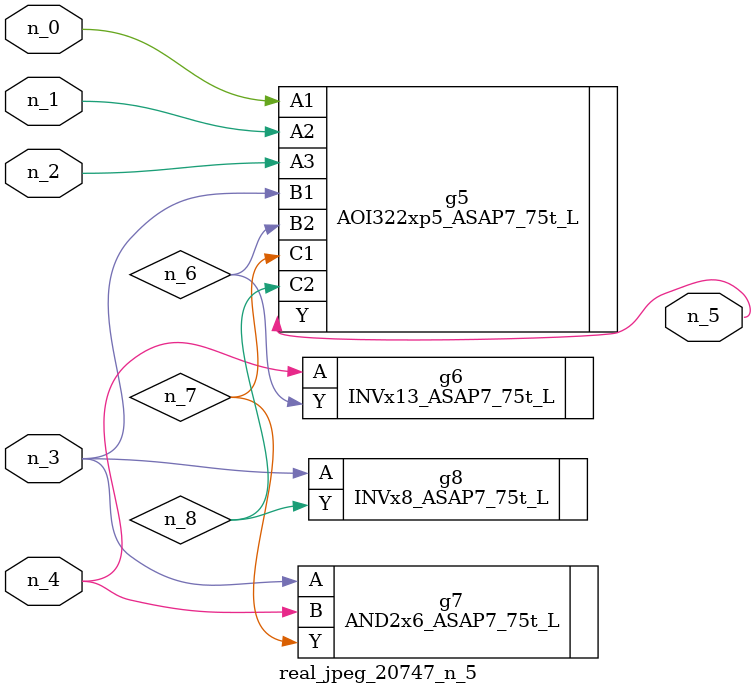
<source format=v>
module real_jpeg_20747_n_5 (n_4, n_0, n_1, n_2, n_3, n_5);

input n_4;
input n_0;
input n_1;
input n_2;
input n_3;

output n_5;

wire n_8;
wire n_6;
wire n_7;

AOI322xp5_ASAP7_75t_L g5 ( 
.A1(n_0),
.A2(n_1),
.A3(n_2),
.B1(n_3),
.B2(n_6),
.C1(n_7),
.C2(n_8),
.Y(n_5)
);

AND2x6_ASAP7_75t_L g7 ( 
.A(n_3),
.B(n_4),
.Y(n_7)
);

INVx8_ASAP7_75t_L g8 ( 
.A(n_3),
.Y(n_8)
);

INVx13_ASAP7_75t_L g6 ( 
.A(n_4),
.Y(n_6)
);


endmodule
</source>
